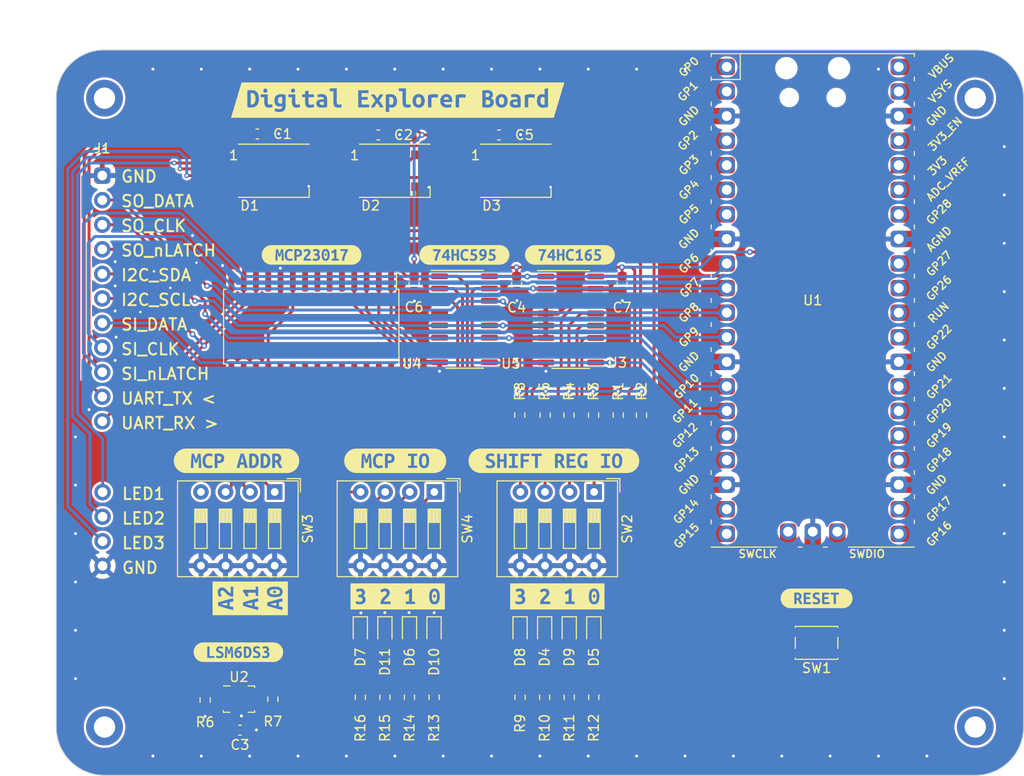
<source format=kicad_pcb>
(kicad_pcb (version 20221018) (generator pcbnew)
  (title_block (title "demo_pcb") (date "2021-04-17") (rev "0.1") (company "Josh Johnson"))
  (layers (0 "F.Cu" signal) (31 "B.Cu" signal) (34 "B.Paste" user) (35 "F.Paste" user) (36 "B.SilkS" user "B.Silkscreen") (37 "F.SilkS" user "F.Silkscreen") (38 "B.Mask" user) (39 "F.Mask" user) (44 "Edge.Cuts" user))
  (net 0 "")
  (net 1 "+3V3")
  (net 2 "GND")
  (net 3 "Net-(D1-DOUT)")
  (net 4 "/WS2812")
  (net 5 "Net-(D2-DOUT)")
  (net 7 "Net-(D4-A)")
  (net 8 "Net-(D5-A)")
  (net 9 "Net-(D6-A)")
  (net 10 "Net-(D7-A)")
  (net 11 "Net-(D8-A)")
  (net 12 "Net-(D9-A)")
  (net 13 "Net-(D10-A)")
  (net 14 "Net-(D11-A)")
  (net 15 "/SO_DATA")
  (net 16 "/SO_CLK")
  (net 17 "/SO_nLATCH")
  (net 18 "/I2C_SDA")
  (net 19 "/I2C_SCL")
  (net 20 "/SI_DATA")
  (net 21 "/SI_CLK")
  (net 22 "/SI_nLATCH")
  (net 23 "/UART_TX")
  (net 24 "/UART_RX")
  (net 25 "Net-(U3-D0)")
  (net 26 "Net-(U3-D1)")
  (net 27 "Net-(U3-D2)")
  (net 28 "Net-(U2-SDO{slash}SA0)")
  (net 29 "Net-(U2-CS)")
  (net 30 "Net-(U3-D3)")
  (net 31 "Net-(U5-QA)")
  (net 32 "Net-(U5-QB)")
  (net 33 "Net-(U5-QC)")
  (net 34 "Net-(U5-QD)")
  (net 35 "/MCP_B0")
  (net 36 "/MCP_B1")
  (net 37 "/MCP_B2")
  (net 38 "/MCP_B3")
  (net 39 "Net-(U1-RUN)")
  (net 40 "/ADDR2")
  (net 41 "/ADDR1")
  (net 42 "/ADDR0")
  (net 44 "/MCP_A0")
  (net 45 "/MCP_A1")
  (net 46 "/MCP_A2")
  (net 47 "/MCP_A3")
  (footprint "kibuzzard-64BE6573" (layer "F.Cu") (at 111.445 77.48)
    (fp_text reference "kibuzzard-64BE6573" hide)
    (fp_text value "G***" hide)
  )
  (footprint "MountingHole:MountingHole_2.2mm_M2_DIN965_Pad" (layer "F.Cu") (at 65 40)
    (fp_text reference "H2" hide)
    (fp_text value "M2")
  )
  (footprint "kibuzzard-64BE6560" (layer "F.Cu") (at 95.045 77.48)
    (fp_text reference "kibuzzard-64BE6560" hide)
    (fp_text value "G***" hide)
  )
  (footprint "Resistor_SMD:R_0603_1608Metric" (layer "F.Cu") (at 113.005 72.755 -90)
    (fp_text reference "R4")
    (fp_text value "4K7")
  )
  (footprint "Package_SO:SO-16_3.9x9.9mm_P1.27mm" (layer "F.Cu") (at 102.21 62.85)
    (fp_text reference "U5")
    (fp_text value "74HC595")
  )
  (footprint "MountingHole:MountingHole_2.2mm_M2_DIN965_Pad" (layer "F.Cu") (at 155 40)
    (fp_text reference "H1" hide)
    (fp_text value "M2")
  )
  (footprint "kibuzzard-64BFA375" (layer "F.Cu") (at 95.3 40.2)
    (fp_text reference "kibuzzard-64BFA375" hide)
    (fp_text value "G***" hide)
  )
  (footprint "MountingHole:MountingHole_2.2mm_M2_DIN965_Pad" (layer "F.Cu") (at 155 105)
    (fp_text reference "H4" hide)
    (fp_text value "M2")
  )
  (footprint "Resistor_SMD:R_0603_1608Metric" (layer "F.Cu") (at 115.57 101.92 90)
    (fp_text reference "R12")
    (fp_text value "1K")
  )
  (footprint "Resistor_SMD:R_0603_1608Metric" (layer "F.Cu") (at 82.4 102.125 90)
    (fp_text reference "R7")
    (fp_text value "4K7")
  )
  (footprint "kibuzzard-64BE68F6" (layer "F.Cu") (at 86.4 56.2)
    (fp_text reference "kibuzzard-64BE68F6" hide)
    (fp_text value "G***" hide)
  )
  (footprint "LED_SMD:LED_0603_1608Metric" (layer "F.Cu") (at 91.44 95.0875 -90)
    (fp_text reference "D7")
    (fp_text value "LED")
  )
  (footprint "LED_SMD:LED_0603_1608Metric" (layer "F.Cu") (at 107.95 95.0875 -90)
    (fp_text reference "D8")
    (fp_text value "LED")
  )
  (footprint "LED_SMD:LED_0603_1608Metric" (layer "F.Cu") (at 96.52 95.0875 -90)
    (fp_text reference "D6")
    (fp_text value "LED")
  )
  (footprint "Resistor_SMD:R_0603_1608Metric" (layer "F.Cu") (at 93.98 101.92 90)
    (fp_text reference "R15")
    (fp_text value "1K")
  )
  (footprint "kibuzzard-64BE6A90" (layer "F.Cu") (at 138.6 91.7)
    (fp_text reference "kibuzzard-64BE6A90" hide)
    (fp_text value "G***" hide)
  )
  (footprint "josh-connectors:PinHeader_1x01_P2.54mm_Circle" (layer "F.Cu") (at 64.8 88.34)
    (fp_text reference "TP4" hide)
    (fp_text value "GND")
  )
  (footprint "josh-connectors:PinHeader_1x01_P2.54mm_Circle" (layer "F.Cu") (at 64.8 80.72)
    (fp_text reference "TP1" hide)
    (fp_text value "LED0")
  )
  (footprint "Capacitor_SMD:C_0603_1608Metric" (layer "F.Cu") (at 93.3 43.8)
    (fp_text reference "C2")
    (fp_text value "100n")
  )
  (footprint "kibuzzard-64BE6934" (layer "F.Cu") (at 102.2 56.2)
    (fp_text reference "kibuzzard-64BE6934" hide)
    (fp_text value "G***" hide)
  )
  (footprint "josh-connectors:PinHeader_1x01_P2.54mm_Circle" (layer "F.Cu") (at 64.8 85.8)
    (fp_text reference "TP3" hide)
    (fp_text value "LED2")
  )
  (footprint "kibuzzard-64BE6949" (layer "F.Cu") (at 113.1 56.2)
    (fp_text reference "kibuzzard-64BE6949" hide)
    (fp_text value "G***" hide)
  )
  (footprint "LED_SMD:LED_0603_1608Metric" (layer "F.Cu") (at 93.98 95.0875 -90)
    (fp_text reference "D11")
    (fp_text value "LED")
  )
  (footprint "Resistor_SMD:R_0603_1608Metric" (layer "F.Cu") (at 110.49 101.92 90)
    (fp_text reference "R10")
    (fp_text value "1K")
  )
  (footprint "Resistor_SMD:R_0603_1608Metric" (layer "F.Cu") (at 118.1 72.755 -90)
    (fp_text reference "R1")
    (fp_text value "4K7")
  )
  (footprint "kibuzzard-64BE6A65" (layer "F.Cu") (at 78.8375 97.2625)
    (fp_text reference "kibuzzard-64BE6A65" hide)
    (fp_text value "G***" hide)
  )
  (footprint "Capacitor_SMD:C_0603_1608Metric" (layer "F.Cu") (at 105.775 43.8)
    (fp_text reference "C5")
    (fp_text value "100n")
  )
  (footprint "Capacitor_SMD:C_0603_1608Metric" (layer "F.Cu") (at 80.8 43.7)
    (fp_text reference "C1")
    (fp_text value "100n")
  )
  (footprint "Button_Switch_THT:SW_DIP_SPSTx04_Slide_9.78x12.34mm_W7.62mm_P2.54mm" (layer "F.Cu") (at 99.085 80.7 -90)
    (fp_text reference "SW4")
    (fp_text value "SW_DIP_x04")
  )
  (footprint "kibuzzard-64BE6790" (layer "F.Cu") (at 82.6 91.7 90)
    (fp_text reference "kibuzzard-64BE6790" hide)
    (fp_text value "G***" hide)
  )
  (footprint "Connector_PinSocket_2.54mm:PinSocket_1x11_P2.54mm_Horizontal" (layer "F.Cu") (at 64.77 48)
    (fp_text reference "J1")
    (fp_text value "BADGE")
  )
  (footprint "kibuzzard-64BE673E" (layer "F.Cu") (at 95.3 91.5)
    (fp_text reference "kibuzzard-64BE673E" hide)
    (fp_text value "G***" hide)
  )
  (footprint "Resistor_SMD:R_0603_1608Metric" (layer "F.Cu") (at 96.52 101.92 90)
    (fp_text reference "R14")
    (fp_text value "1K")
  )
  (footprint "LED_SMD:LED_0603_1608Metric" (layer "F.Cu") (at 113.03 95.0875 -90)
    (fp_text reference "D9")
    (fp_text value "LED")
  )
  (footprint "LED_SMD:LED_WS2812B_PLCC4_5.0x5.0mm_P3.2mm" (layer "F.Cu") (at 95 47.5)
    (fp_text reference "D2")
    (fp_text value "WS2812B")
  )
  (footprint "Resistor_SMD:R_0603_1608Metric" (layer "F.Cu") (at 75.4 102.2 90)
    (fp_text reference "R6")
    (fp_text value "4K7")
  )
  (footprint "LED_SMD:LED_WS2812B_PLCC4_5.0x5.0mm_P3.2mm" (layer "F.Cu") (at 107.5 47.5)
    (fp_text reference "D3")
    (fp_text value "WS2812B")
  )
  (footprint "LED_SMD:LED_WS2812B_PLCC4_5.0x5.0mm_P3.2mm" (layer "F.Cu") (at 82.5 47.5)
    (fp_text reference "D1")
    (fp_text value "WS2812B")
  )
  (footprint "Resistor_SMD:R_0603_1608Metric" (layer "F.Cu") (at 99.06 101.92 90)
    (fp_text reference "R13")
    (fp_text value "1K")
  )
  (footprint "Resistor_SMD:R_0603_1608Metric" (layer "F.Cu") (at 113.03 101.92 90)
    (fp_text reference "R11")
    (fp_text value "1K")
  )
  (footprint "josh-connectors:PinHeader_1x01_P2.54mm_Circle" (layer "F.Cu") (at 64.8 83.26 90)
    (fp_text reference "TP2" hide)
    (fp_text value "LED1")
  )
  (footprint "Button_Switch_THT:SW_DIP_SPSTx04_Slide_9.78x12.34mm_W7.62mm_P2.54mm" (layer "F.Cu") (at 115.605 80.7 -90)
    (fp_text reference "SW2")
    (fp_text value "SW_DIP_x04")
  )
  (footprint "Capacitor_SMD:C_0603_1608Metric" (layer "F.Cu") (at 79 105.325)
    (fp_text reference "C3")
    (fp_text value "100n")
  )
  (footprint "Resistor_SMD:R_0603_1608Metric" (layer "F.Cu") (at 107.925 72.755 -90)
    (fp_text reference "R8")
    (fp_text value "4K7")
  )
  (footprint "Capacitor_SMD:C_0603_1608Metric" (layer "F.Cu") (at 107.6 59.175 -90)
    (fp_text reference "C4")
    (fp_text value "100n")
  )
  (footprint "kibuzzard-64BE679E" (layer "F.Cu") (at 80.1 91.7 90)
    (fp_text reference "kibuzzard-64BE679E" hide)
    (fp_text value "G***" hide)
  )
  (footprint "Package_SO:SO-16_3.9x9.9mm_P1.27mm" (layer "F.Cu") (at 113.185 62.875)
    (fp_text reference "U3")
    (fp_text value "74HC165")
  )
  (footprint "Capacitor_SMD:C_0603_1608Metric" (layer "F.Cu") (at 97 59.175 -90)
    (fp_text reference "C6")
    (fp_text value "100n")
  )
  (footprint "josh-module:RPi_Pico_SMD_TH" (layer "F.Cu") (at 138.2 60.9)
    (fp_text reference "U1")
    (fp_text value "Raspberry Pi Pico")
  )
  (footprint "Resistor_SMD:R_0603_1608Metric" (layer "F.Cu") (at 91.44 101.92 90)
    (fp_text reference "R16")
    (fp_text value "1K")
  )
  (footprint "josh-buttons-switches:SW_SPST_PTS810" (layer "F.Cu") (at 138.6 96.3)
    (fp_text reference "SW1")
    (fp_text value "SW_Push")
  )
  (footprint "MountingHole:MountingHole_2.2mm_M2_DIN965_Pad" (layer "F.Cu") (at 65 105)
    (fp_text reference "H3" hide)
    (fp_text value "M2")
  )
  (footprint "Resistor_SMD:R_0603_1608Metric" (layer "F.Cu") (at 107.95 101.92 90)
    (fp_text reference "R9")
    (fp_text value "1K")
  )
  (footprint "Package_LGA:LGA-14_3x2.5mm_P0.5mm_LayoutBorder3x4y" (layer "F.Cu") (at 78.9 102.1125)
    (fp_text reference "U2")
    (fp_text value "LSM6DS3")
  )
  (footprint "Button_Switch_THT:SW_DIP_SPSTx04_Slide_9.78x12.34mm_W7.62mm_P2.54mm" (layer "F.Cu") (at 82.585 80.7 -90)
    (fp_text reference "SW3")
    (fp_text value "SW_DIP_x04")
  )
  (footprint "kibuzzard-64BE673E" (layer "F.Cu") (at 111.8 91.5)
    (fp_text reference "kibuzzard-64BE673E" hide)
    (fp_text value "G***" hide)
  )
  (footprint "kibuzzard-64BE6544" (layer "F.Cu") (at 78.645 77.48)
    (fp_text reference "kibuzzard-64BE6544" hide)
    (fp_text value "G***" hide)
  )
  (footprint "Package_SO:SOIC-28W_7.5x17.9mm_P1.27mm" (layer "F.Cu") (at 86.365 63.62 -90)
    (fp_text reference "U4")
    (fp_text value "MCP23017_SO")
  )
  (footprint "Capacitor_SMD:C_0603_1608Metric" (layer "F.Cu") (at 118.5 59.175 -90)
    (fp_text reference "C7")
    (fp_text value "100n")
  )
  (footprint "Resistor_SMD:R_0603_1608Metric" (layer "F.Cu") (at 115.545 72.755 -90)
    (fp_text reference "R3")
    (fp_text value "4K7")
  )
  (footprint "LED_SMD:LED_0603_1608Metric" (layer "F.Cu") (at 110.49 95.0875 -90)
    (fp_text reference "D4")
    (fp_text value "LED")
  )
  (footprint "LED_SMD:LED_0603_1608Metric" (layer "F.Cu") (at 115.57 95.0875 -90)
    (fp_text reference "D5")
    (fp_text value "LED")
  )
  (footprint "Resistor_SMD:R_0603_1608Metric" (layer "F.Cu") (at 120.5 72.755 -90)
    (fp_text reference "R2")
    (fp_text value "4K7")
  )
  (footprint "LED_SMD:LED_0603_1608Metric" (layer "F.Cu") (at 99.06 95.0875 -90)
    (fp_text reference "D10")
    (fp_text value "LED")
  )
  (footprint "Resistor_SMD:R_0603_1608Metric" (layer "F.Cu") (at 110.545 72.755 -90)
    (fp_text reference "R5")
    (fp_text value "4K7")
  )
  (footprint "kibuzzard-64BE676D" (layer "F.Cu") (at 77.5 91.7 90)
    (fp_text reference "kibuzzard-64BE676D" hide)
    (fp_text value "G***" hide)
  )
  (gr_arc (start 155 35) (mid 158.535534 36.464466) (end 160 40) (stroke (width 0.1)) (layer "Edge.Cuts"))
  (gr_arc (start 60 40) (mid 61.464466 36.464466) (end 65 35) (stroke (width 0.1)) (layer "Edge.Cuts"))
  (gr_line (start 65 35) (end 155 35) (stroke (width 0.1)) (layer "Edge.Cuts"))
  (gr_line (start 60 105) (end 60 40) (stroke (width 0.1)) (layer "Edge.Cuts"))
  (gr_line (start 155 110) (end 65 110) (stroke (width 0.1)) (layer "Edge.Cuts"))
  (gr_arc (start 65 110) (mid 61.464466 108.535534) (end 60 105) (stroke (width 0.1)) (layer "Edge.Cuts"))
  (gr_arc (start 160 105) (mid 158.535534 108.535534) (end 155 110) (stroke (width 0.1)) (layer "Edge.Cuts"))
  (gr_line (start 160 40) (end 160 105) (stroke (width 0.1)) (layer "Edge.Cuts"))
  (gr_text "I2C_SCL" (at 66.6 61.5475) (layer "F.SilkS") (effects (font (size 1.2 1.2) (thickness 0.2) bold) (justify left bottom)))
  (gr_text "GND" (at 66.6 48.8) (layer "F.SilkS") (effects (font (size 1.2 1.2) (thickness 0.2) bold) (justify left bottom)))
  (gr_text "SI_DATA" (at 66.6 64.097) (layer "F.SilkS") (effects (font (size 1.2 1.2) (thickness 0.2) bold) (justify left bottom)))
  (gr_text "SO_DATA" (at 66.6 51.3495) (layer "F.SilkS") (effects (font (size 1.2 1.2) (thickness 0.2) bold) (justify left bottom)))
  (gr_text "LED1" (at 66.7 81.5915) (layer "F.SilkS") (effects (font (size 1.2 1.2) (thickness 0.2) bold) (justify left bottom)))
  (gr_text "UART_RX >" (at 66.6 74.295) (layer "F.SilkS") (effects (font (size 1.2 1.2) (thickness 0.2) bold) (justify left bottom)))
  (gr_text "LED2" (at 66.7 84.141) (layer "F.SilkS") (effects (font (size 1.2 1.2) (thickness 0.2) bold) (justify left bottom)))
  (gr_text "GND" (at 66.7 89.24) (layer "F.SilkS") (effects (font (size 1.2 1.2) (thickness 0.2) bold) (justify left bottom)))
  (gr_text "I2C_SDA" (at 66.6 58.998) (layer "F.SilkS") (effects (font (size 1.2 1.2) (thickness 0.2) bold) (justify left bottom)))
  (gr_text "SO_CLK" (at 66.6 53.899) (layer "F.SilkS") (effects (font (size 1.2 1.2) (thickness 0.2) bold) (justify left bottom)))
  (gr_text "SI_nLATCH" (at 66.6 69.196) (layer "F.SilkS") (effects (font (size 1.2 1.2) (thickness 0.2) bold) (justify left bottom)))
  (gr_text "SI_CLK" (at 66.6 66.6465) (layer "F.SilkS") (effects (font (size 1.2 1.2) (thickness 0.2) bold) (justify left bottom)))
  (gr_text "SO_nLATCH" (at 66.6 56.4485) (layer "F.SilkS") (effects (font (size 1.2 1.2) (thickness 0.2) bold) (justify left bottom)))
  (gr_text "LED3" (at 66.7 86.6905) (layer "F.SilkS") (effects (font (size 1.2 1.2) (thickness 0.2) bold) (justify left bottom)))
  (gr_text "UART_TX <" (at 66.6 71.7455) (layer "F.SilkS") (effects (font (size 1.2 1.2) (thickness 0.2) bold) (justify left bottom)))
  (segment (start 84.9 76.1) (end 84.9 102) (width 0.3) (layer "F.Cu") (net 1))
  (segment (start 119.8 68.6) (end 119.8 57.8) (width 0.3) (layer "F.Cu") (net 1))
  (segment (start 79.3 106.4) (end 78.225 105.325) (width 0.3) (layer "F.Cu") (net 1))
  (segment (start 78.225 104.4) (end 79.8 104.4) (width 0.2) (layer "F.Cu") (net 1))
  (segment (start 82.4 102.95) (end 82.4 105.2) (width 0.3) (layer "F.Cu") (net 1))
  (segment (start 97 58.4) (end 97 56.600014) (width 0.3) (layer "F.Cu") (net 1))
  (segment (start 94.6 56.8) (end 84.9 56.8) (width 0.3) (layer "F.Cu") (net 1))
  (segment (start 107.574996 57.475) (end 107.549992 57.500004) (width 0.3) (layer "F.Cu") (net 1))
  (segment (start 118.1 70.3) (end 119.8 68.6) (width 0.3) (layer "F.Cu") (net 1))
  (segment (start 80.0625 104.1375) (end 80.0625 102.8625) (width 0.2) (layer "F.Cu") (net 1))
  (segment (start 107.574996 57.475) (end 118.474996 57.475) (width 0.3) (layer "F.Cu") (net 1))
  (segment (start 107.6 57.500004) (end 107.574996 57.475) (width 0.3) (layer "F.Cu") (net 1))
  (segment (start 92.55 43.825) (end 92.525 43.8) (width 0.3) (layer "F.Cu") (net 1))
  (segment (start 119.8 57.8) (end 119.475 57.475) (width 0.3) (layer "F.Cu") (net 1))
  (segment (start 92.525 43.8) (end 92.525 42.825) (width 0.3) (layer "F.Cu") (net 1))
  (segment (start 81.2 106.4) (end 79.3 106.4) (width 0.3) (layer "F.Cu") (net 1))
  (segment (start 105 43.8) (end 97.8 43.8) (width 0.3) (layer "F.Cu") (net 1))
  (segment (start 78.4 104) (end 78.4 103.025) (width 0.2) (layer "F.Cu") (net 1))
  (segment (start 80.925 42.8) (end 80.025 43.7) (width 0.3) (layer "F.Cu") (net 1))
  (segment (start 147.09 46.93) (end 144.7 49.32) (width 0.3) (layer "F.Cu") (net 1))
  (segment (start 84.9 102) (end 83.95 102.95) (width 0.3) (layer "F.Cu") (net 1))
  (segment (start 105.05 43.85) (end 105 43.8) (width 0.3) (layer "F.Cu") (net 1))
  (segment (start 96.2 58.4) (end 94.6 56.8) (width 0.3) (layer "F.Cu") (net 1))
  (segment (start 120.5 71.93) (end 120.5 70.3) (width 0.3) (layer "F.Cu") (net 1))
  (segment (start 79.8 104.4) (end 80.0625 104.1375) (width 0.2) (layer "F.Cu") (net 1))
  (segment (start 84.46 61.94) (end 81.92 64.48) (width 0.3) (layer "F.Cu") (net 1))
  (segment (start 82.4 105.2) (end 81.2 106.4) (width 0.3) (layer "F.Cu") (net 1))
  (segment (start 81.92 73.12) (end 84.9 76.1) (width 0.3) (layer "F.Cu") (net 1))
  (segment (start 107.549992 57.500004) (end 97.000014 57.500004) (width 0.3) (layer "F.Cu") (net 1))
  (segment (start 81.92 64.48) (end 81.92 68.27) (width 0.3) (layer "F.Cu") (net 1))
  (segment (start 92.525 42.825) (end 92.5 42.8) (width 0.3) (layer "F.Cu") (net 1))
  (segment (start 80.05 43.725) (end 80.025 43.7) (width 0.3) (layer "F.Cu") (net 1))
  (segment (start 144.7 53.8) (end 142.6 55.9) (width 0.3) (layer "F.Cu") (net 1))
  (segment (start 115.5 71.9) (end 115.5 70.299996) (width 0.3) (layer "F.Cu") (net 1))
  (segment (start 97 58.4) (end 96.2 58.4) (width 0.3) (layer "F.Cu") (net 1))
  (segment (start 107.9 67) (end 107.9 70.3) (width 0.3) (layer "F.Cu") (net 1))
  (segment (start 84.46 58.97) (end 84.46 61.94) (width 0.3) (layer "F.Cu") (net 1))
  (segment (start 97.000014 57.500004) (end 97.000014 56.6) (width 0.3) (layer "F.Cu") (net 1))
  (segment (start 81.92 68.27) (end 81.92 73.12) (width 0.3) (layer "F.Cu") (net 1))
  (segment (start 78.225 105.325) (end 78.225 104.4) (width 0.2) (layer "F.Cu") (net 1))
  (segment (start 92.55 45.85) (end 92.55 43.825) (width 0.3) (layer "F.Cu") (net 1))
  (segment (start 84.46 57.24) (end 84.46 58.97) (width 0.3) (layer "F.Cu") (net 1))
  (segment (start 104.785 58.405) (end 107.595 58.405) (width 0.3) (layer "F.Cu") (net 1))
  (segment (start 144.7 49.32) (end 144.7 53.8) (width 0.3) (layer "F.Cu") (net 1))
  (segment (start 107.9 71.9) (end 107.9 70.3) (width 0.3) (layer "F.Cu") (net 1))
  (segment (start 118.5 57.500004) (end 118.474996 57.475) (width 0.3) (layer "F.Cu") (net 1))
  (segment (start 97.8 43.8) (end 96.8 42.8) (width 0.3) (layer "F.Cu") (net 1))
  (segment (start 97 56.600014) (end 97.000014 56.6) (width 0.3) (layer "F.Cu") (net 1))
  (segment (start 104.785 66.025) (end 106.925 66.025) (width 0.3) (layer "F.Cu") (net 1))
  (segment (start 119.475 57.475) (end 118.474996 57.475) (width 0.3) (layer "F.Cu") (net 1))
  (segment (start 96.8 42.8) (end 92.5 42.8) (width 0.3) (layer "F.Cu") (net 1))
  (segment (start 84.9 56.8) (end 84.46 57.24) (width 0.3) (layer "F.Cu") (net 1))
  (segment (start 83.95 102.95) (end 82.4 102.95) (width 0.3) (layer "F.Cu") (net 1))
  (segment (start 107.595 58.405) (end 107.6 58.4) (width 0.3) (layer "F.Cu") (net 1))
  (segment (start 105.05 45.85) (end 105.05 43.85) (width 0.3) (layer "F.Cu") (net 1))
  (segment (start 110.6 71.9) (end 110.6 70.3) (width 0.3) (layer "F.Cu") (net 1))
  (segment (start 80.05 45.85) (end 80.05 43.725) (width 0.3) (layer "F.Cu") (net 1))
  (segment (start 113 71.9) (end 113 70.3) (width 0.3) (layer "F.Cu") (net 1))
  (segment (start 118.1 71.9) (end 118.1 70.3) (width 0.3) (layer "F.Cu") (net 1))
  (segment (start 142.6 55.9) (end 131.7 55.9) (width 0.3) (layer "F.Cu") (net 1))
  (segment (start 106.925 66.025) (end 107.9 67) (width 0.3) (layer "F.Cu") (net 1))
  (segment (start 115.79 58.4) (end 115.76 58.43) (width 0.3) (layer "F.Cu") (net 1))
  (segment (start 78.225 104.175) (end 78.4 104) (width 0.2) (layer "F.Cu") (net 1))
  (segment (start 92.5 42.8) (end 80.925 42.8) (width 0.3) (layer "F.Cu") (net 1))
  (segment (start 107.6 58.4) (end 107.6 57.500004) (width 0.3) (layer "F.Cu") (net 1))
  (segment (start 78.225 104.4) (end 78.225 104.175) (width 0.2) (layer "F.Cu") (net 1))
  (segment (start 118.5 58.4) (end 118.5 57.500004) (width 0.3) (layer "F.Cu") (net 1))
  (segment (start 118.5 58.4) (end 115.79 58.4) (width 0.3) (layer "F.Cu") (net 1))
  (via (at 97.000014 56.6) (size 0.6) (drill 0.3) (layers "F.Cu" "B.Cu") (net 1))
  (via (at 97.8 43.8) (size 0.6) (drill 0.3) (layers "F.Cu" "B.Cu") (net 1))
  (via (at 115.5 70.299996) (size 0.6) (drill 0.3) (layers "F.Cu" "B.Cu") (net 1))
  (via (at 118.1 70.3) (size 0.6) (drill 0.3) (layers "F.Cu" "B.Cu") (net 1))
  (via (at 118.474996 57.475) (size 0.6) (drill 0.3) (layers "F.Cu" "B.Cu") (net 1))
  (via (at 107.574996 57.475) (size 0.6) (drill 0.3) (layers "F.Cu" "B.Cu") (net 1))
  (via (at 120.5 70.3) (size 0.6) (drill 0.3) (layers "F.Cu" "B.Cu") (net 1))
  (via (at 110.6 70.3) (size 0.6) (drill 0.3) (layers "F.Cu" "B.Cu") (net 1))
  (via (at 107.9 70.3) (size 0.6) (drill 0.3) (layers "F.Cu" "B.Cu") (net 1))
  (via (at 113 70.3) (size 0.6) (drill 0.3) (layers "F.Cu" "B.Cu") (net 1))
  (via (at 131.7 55.9) (size 0.6) (drill 0.3) (layers "F.Cu" "B.Cu") (net 1))
  (segment (start 126.625 57.475) (end 128.21 55.89) (width 0.3) (layer "B.Cu") (net 1))
  (segment (start 128.21 55.89) (end 131.69 55.89) (width 0.3) (layer "B.Cu") (net 1))
  (segment (start 107.9 70.3) (end 120.5 70.3) (width 0.3) (layer "B.Cu") (net 1))
  (segment (start 97.000014 44.599986) (end 97.000014 56.6) (width 0.3) (layer "B.Cu") (net 1))
  (segment (start 97.8 43.8) (end 97.000014 44.599986) (width 0.3) (layer "B.Cu") (net 1))
  (segment (start 118.474996 57.475) (end 126.625 57.475) (width 0.3) (layer "B.Cu") (net 1))
  (segment (start 131.69 55.89) (end 131.7 55.9) (width 0.3) (layer "B.Cu") (net 1))
  (segment (start 110.6 68.199996) (end 110.625004 68.225) (width 0.3) (layer "F.Cu") (net 2))
  (segment (start 96.5 94.1) (end 96.5 93.200004) (width 0.3) (layer "F.Cu") (net 2))
  (segment (start 94 93.200004) (end 93.974996 93.175) (width 0.3) (layer "F.Cu") (net 2))
  (segment (start 97.45 49.15) (end 98.45 49.15) (width 0.2) (layer "F.Cu") (net 2))
  (segment (start 81.7 43.7) (end 82.974996 43.7) (width 0.3) (layer "F.Cu") (net 2))
  (segment (start 99.1 93.200004) (end 99.074996 93.175) (width 0.3) (layer "F.Cu") (net 2))
  (segment (start 99.6 67.3) (end 99.6 68.199996) (width 0.3) (layer "F.Cu") (net 2))
  (segment (start 79.4 103.025) (end 79.4 103.6) (width 0.2) (layer "F.Cu") (net 2))
  (segment (start 94.2 43.8) (end 95.474996 43.8) (width 0.3) (layer "F.Cu") (net 2))
  (segment (start 94 94.1) (end 94 93.200004) (width 0.3) (layer "F.Cu") (net 2))
  (segment (start 79.4 103.6) (end 79.15 103.85) (width 0.2) (layer "F.Cu") (net 2))
  (segment (start 75.4 103.025) (end 75.4 103.9) (width 0.2) (layer "F.Cu") (net 2))
  (segment (start 78.9 103.025) (end 78.9 103.6) (width 0.2) (layer "F.Cu") (net 2))
  (segment (start 98.45 49.15) (end 98.5 49.2) (width 0.2) (layer "F.Cu") (net 2))
  (segment (start 107.6 60.899996) (end 107.625004 60.925) (width 0.3) (layer "F.Cu") (net 2))
  (segment (start 110.6 67.3) (end 110.6 68.199996) (width 0.3) (layer "F.Cu") (net 2))
  (segment (start 97 60.949998) (end 97.025004 60.975002) (width 0.3) (layer "F.Cu") (net 2))
  (segment (start 99.6 68.199996) (end 99.625004 68.225) (width 0.3) (layer "F.Cu") (net 2))
  (segment (start 111.05 49.15) (end 111.1 49.2) (width 0.2) (layer "F.Cu") (net 2))
  (segment (start 83.2 57.600004) (end 83.174996 57.575) (width 0.3) (layer "F.Cu") (net 2))
  (segment (start 106.7 43.8) (end 107.974996 43.8) (width 0.3) (layer "F.Cu") (net 2))
  (segment (start 83.2 58.5) (end 83.2 57.600004) (width 0.3) (layer "F.Cu") (net 2))
  (segment (start 78.9 103.6) (end 79.15 103.85) (width 0.2) (layer "F.Cu") (net 2))
  (segment (start 99.1 94.1) (end 99.1 93.200004) (width 0.3) (layer "F.Cu") (net 2))
  (segment (start 97 60.050002) (end 97 60.949998) (width 0.3) (layer "F.Cu") (net 2))
  (segment (start 107.974996 43.8) (end 108 43.774996) (width 0.3) (layer "F.Cu") (net 2))
  (segment (start 96.5 93.200004) (end 96.474996 93.175) (width 0.3) (layer "F.Cu") (net 2))
  (segment (start 91.5 94) (end 91.5 93.199996) (width 0.3) (layer "F.Cu") (net 2))
  (segment (start 109.95 49.15) (end 111.05 49.15) (width 0.2) (layer "F.Cu") (net 2))
  (segment (start 79.775 105.325) (end 80.674996 105.325) (width 0.3) (layer "F.Cu") (net 2))
  (segment (start 80.674996 105.325) (end 80.7 105.299996) (width 0.3) (layer "F.Cu") (net 2))
  (segment (start 107.6 60) (end 107.6 60.899996) (width 0.3) (layer "F.Cu") (net 2))
  (segment (start 118.5 60.899996) (end 118.525004 60.925) (width 0.3) (layer "F.Cu") (net 2))
  (segment (start 82.974996 43.7) (end 83 43.674996) (width 0.3) (layer "F.Cu") (net 2))
  (segment (start 84.95 49.15) (end 86.05 49.15) (width 0.2) (layer "F.Cu") (net 2))
  (segment (start 95.474996 43.8) (end 95.5 43.774996) (width 0.3) (layer "F.Cu") (net 2))
  (segment (start 118.5 60) (end 118.5 60.899996) (width 0.3) (layer "F.Cu") (net 2))
  (segment (start 86.05 49.15) (end 86.1 49.1) (width 0.2) (layer "F.Cu") (net 2))
  (via (at 90 37) (size 0.6) (drill 0.3) (layers "F.Cu" "B.Cu") (net 2))
  (via (at 105 108) (size 0.6) (drill 0.3) (layers "F.Cu" "B.Cu") (net 2))
  (via (at 96.474996 93.175) (size 0.6) (drill 0.3) (layers "F.Cu" "B.Cu") (net 2))
  (via (at 62 100) (size 0.6) (drill 0.3) (layers "F.Cu" "B.Cu") (net 2))
  (via (at 66.1 67.1) (size 0.6) (drill 0.3) (layers "F.Cu" "B.Cu") (net 2))
  (via (at 95 37) (size 0.6) (drill 0.3) (layers "F.Cu" "B.Cu") (net 2))
  (via (at 95 108) (size 0.6) (drill 0.3) (layers "F.Cu" "B.Cu") (net 2))
  (via (at 86.1 49.1) (size 0.5) (drill 0.25) (layers "F.Cu" "B.Cu") (net 2))
  (via (at 115 37) (size 0.6) (drill 0.3) (layers "F.Cu" "B.Cu") (net 2))
  (via (at 79.15 103.85) (size 0.6) (drill 0.3) (layers "F.Cu" "B.Cu") (net 2))
  (via (at 158 85) (size 0.6) (drill 0.3) (layers "F.Cu" "B.Cu") (net 2))
  (via (at 75.4 103.9) (size 0.6) (drill 0.3) (layers "F.Cu" "B.Cu") (net 2))
  (via (at 83.174996 57.575) (size 0.6) (drill 0.3) (layers "F.Cu" "B.Cu") (net 2))
  (via (at 140 108) (size 0.6) (drill 0.3) (layers "F.Cu" "B.Cu") (net 2))
  (via (at 70 108) (size 0.6) (drill 0.3) (layers "F.Cu" "B.Cu") (net 2))
  (via (at 110.625004 68.225) (size 0.6) (drill 0.3) (layers "F.Cu" "B.Cu") (net 2))
  (via (at 77.2 57.3) (size 0.6) (drill 0.3) (layers "F.Cu" "B.Cu") (net 2))
  (via (at 158 55) (size 0.6) (drill 0.3) (layers "F.Cu" "B.Cu") (net 2))
  (via (at 107.625004 60.925) (size 0.6) (drill 0.3) (layers "F.Cu" "B.Cu") (net 2))
  (via (at 97.025004 60.975002) (size 0.6) (drill 0.3) (layers "F.Cu" "B.Cu") (net 2))
  (via (at 145 37) (size 0.6) (drill 0.3) (layers "F.Cu" "B.Cu") (net 2))
  (via (at 63.4 72.2) (size 0.6) (drill 0.3) (layers "F.Cu" "B.Cu") (net 2))
  (via (at 74.5 57) (size 0.5) (drill 0.25) (layers "F.Cu" "B.Cu") (net 2))
  (via (at 99.625004 68.225) (size 0.6) (drill 0.3) (layers "F.Cu" "B.Cu") (net 2))
  (via (at 62 90) (size 0.6) (drill 0.3) (layers "F.Cu" "B.Cu") (net 2))
  (via (at 62 80) (size 0.6) (drill 0.3) (layers "F.Cu" "B.Cu") (net 2))
  (via (at 110 108) (size 0.6) (drill 0.3) (layers "F.Cu" "B.Cu") (net 2))
  (via (at 120 108) (size 0.6) (drill 0.3) (layers "F.Cu" "B.Cu") (net 2))
  (via (at 75 108) (size 0.6) (drill 0.3) (layers "F.Cu" "B.Cu") (net 2))
  (via (at 71.8 59.6) (size 0.5) (drill 0.25) (layers "F.Cu" "B.Cu") (net 2))
  (via (at 80.7 105.299996) (size 0.6) (drill 0.3) (layers "F.Cu" "B.Cu") (net 2))
  (via (at 93.974996 93.175) (size 0.6) (drill 0.3) (layers "F.Cu" "B.Cu") (net 2))
  (via (at 99.074996 93.175) (size 0.6) (drill 0.3) (layers "F.Cu" "B.Cu") (net 2))
  (via (at 95.5 43.774996) (size 0.6) (drill 0.3) (layers "F.Cu" "B.Cu") (net 2))
  (via (at 158 65) (size 0.6) (drill 0.3) (layers "F.Cu" "B.Cu") (net 2))
  (via (at 110 37) (size 0.6) (drill 0.3) (layers "F.Cu" "B.Cu") (net 2))
  (via (at 115 108) (size 0.6) (drill 0.3) (layers "F.Cu" "B.Cu") (net 2))
  (via (at 145 108) (size 0.6) (drill 0.3) (layers "F.Cu" "B.Cu") (net 2))
  (via (at 85 37) (size 0.6) (drill 0.3) (layers "F.Cu" "B.Cu") (net 2))
  (via (at 66.1 59.4) (size 0.6) (drill 0.3) (layers "F.Cu" "B.Cu") (net 2))
  (via (at 70.1 57.9) (size 0.5) (drill 0.25) (layers "F.Cu" "B.Cu") (net 2))
  (via (at 62 85) (size 0.6) (drill 0.3) (layers "F.Cu" "B.Cu") (net 2))
  (via (at 98.5 49.2) (size 0.5) (drill 0.25) (layers "F.Cu" "B.Cu") (net 2))
  (via (at 158 70) (size 0.6) (drill 0.3) (layers "F.Cu" "B.Cu") (net 2))
  (via (at 70 37) (size 0.6) (drill 0.3) (layers "F.Cu" "B.Cu") (net 2))
  (via (at 158 90) (size 0.6) (drill 0.3) (layers "F.Cu" "B.Cu") (net 2))
  (via (at 125 108) (size 0.6) (drill 0.3) (layers "F.Cu" "B.Cu") (net 2))
  (via (at 118.525004 60.925) (size 0.6) (drill 0.3) (layers "F.Cu" "B.Cu") (net 2))
  (via (at 100 108) (size 0.6) (drill 0.3) (layers "F.Cu" "B.Cu") (net 2))
  (via (at 135 108) (size 0.6) (drill 0.3) (layers "F.Cu" "B.Cu") (net 2))
  (via (at 83 43.674996) (size 0.6) (drill 0.3) (layers "F.Cu" "B.Cu") (net 2))
  (via (at 158 75) (size 0.6) (drill 0.3) (layers "F.Cu" "B.Cu") (net 2))
  (via (at 125 37) (size 0.6) (drill 0.3) (layers "F.Cu" "B.Cu") (net 2))
  (via (at 61.991137 75.010376) (size 0.6) (drill 0.3) (layers "F.Cu" "B.Cu") (net 2))
  (via (at 91.5 93.199996) (size 0.6) (drill 0.3) (layers "F.Cu" "B.Cu") (net 2))
  (via (at 62 95) (size 0.6) (drill 0.3) (layers "F.Cu" "B.Cu") (net 2))
  (via (at 130 108) (size 0.6) (drill 0.3) (layers "F.Cu" "B.Cu") (net 2))
  (via (at 150 108) (size 0.6) (drill 0.3) (layers "F.Cu" "B.Cu") (net 2))
  (via (at 105 37) (size 0.6) (drill 0.3) (layers "F.Cu" "B.Cu") (net 2))
  (via (at 75 37) (size 0.6) (drill 0.3) (layers "F.Cu" "B.Cu") (net 2))
  (via (at 158 95) (size 0.6) (drill 0.3) (layers "F.Cu" "B.Cu") (net 2))
  (via (at 74.1 54.2) (size 0.6) (drill 0.3) (layers "F.Cu" "B.Cu") (net 2))
  (via (at 120 37) (size 0.6) (drill 0.3) (layers "F.Cu" "B.Cu") (net 2))
  (via (at 66.1 56.9) (size 0.6) (drill 0.3) (layers "F.Cu" "B.Cu") (net 2))
  (via (at 85 108) (size 0.6) (drill 0.3) (layers "F.Cu" "B.Cu") (net 2))
  (via (at 158 50) (size 0.6) (drill 0.3) (layers "F.Cu" "B.Cu") (net 2))
  (via (at 158 80) (size 0.6) (drill 0.3) (layers "F.Cu" "B.Cu") (net 2))
  (via (at 66.1 62) (size 0.6) (drill 0.3) (layers "F.Cu" "B.Cu") (net 2))
  (via (at 158 100) (size 0.6) (drill 0.3) (layers "F.Cu" "B.Cu") (net 2))
  (via (at 80 37) (size 0.6) (drill 0.3) (layers "F.Cu" "B.Cu") (net 2))
  (via (at 68.7 62.1) (size 0.5) (drill 0.25) (layers "F.Cu" "B.Cu") (net 2))
  (via (at 100 37) (size 0.6) (drill 0.3) (layers "F.Cu" "B.Cu") (net 2))
  (via (at 66.2 64.7) (size 0.6) (drill 0.3) (layers "F.Cu" "B.Cu") (net 2))
  (via (at 90 108) (size 0.6) (drill 0.3) (layers "F.Cu" "B.Cu") (net 2))
  (via (at 111.1 49.2) (size 0.5) (drill 0.25) (layers "F.Cu" "B.Cu") (net 2))
  (via (at 108 43.774996) (size 0.6) (drill 0.3) (layers "F.Cu" "B.Cu") (net 2))
  (via (at 158 60) (size 0.6) (drill 0.3) (layers "F.Cu" "B.Cu") (net 2))
  (via (at 158 45) (size 0.6) (drill 0.3) (layers "F.Cu" "B.Cu") (net 2))
  (via (at 80 108) (size 0.6) (drill 0.3) (layers "F.Cu" "B.Cu") (net 2))
  (segment (start 81.4 48.1) (end 94.9 48.1) (width 0.3) (layer "F.Cu") (net 3))
  (segment (start 77.9 47.3) (end 72.8 47.3) (width 0.3) (layer "F.Cu") (net 3))
  (segment (start 94.9 48.1) (end 97.15 45.85) (width 0.3) (layer "F.Cu") (net 3))
  (segment (start 80.05 49.15) (end 79.75 49.15) (width 0.3) (layer "F.Cu") (net 3))
  (segment (start 97.15 45.85) (end 97.45 45.85) (width 0.3) (layer "F.Cu") (net 3))
  (segment (start 80.05 49.15) (end 80.35 49.15) (width 0.3) (layer "F.Cu") (net 3))
  (segment (start 80.35 49.15) (end 81.4 48.1) (width 0.3) (layer "F.Cu") (net 3))
  (segment (start 79.75 49.15) (end 77.9 47.3) (width 0.3) (layer "F.Cu") (net 3))
  (via (at 72.8 47.3) (size 0.5) (drill 0.25) (layers "F.Cu" "B.Cu") (net 3))
  (segment (start 63.2 46.1) (end 61.7 47.6) (width 0.3) (layer "B.Cu") (net 3))
  (segment (start 72.8 46.4) (end 72.5 46.1) (width 0.3) (layer "B.Cu") (net 3))
  (segment (start 61.7 72.892893) (end 63.5 74.692893) (width 0.3) (layer "B.Cu") (net 3))
  (segment (start 61.7 47.6) (end 61.7 72.892893) (width 0.3) (layer "B.Cu") (net 3))
  (segment (start 72.5 46.1) (end 63.2 46.1) (width 0.3) (layer "B.Cu") (net 3))
  (segment (start 72.8 47.3) (end 72.8 46.4) (width 0.3) (layer "B.Cu") (net 3))
  (segment (start 63.5 74.692893) (end 63.5 81.96) (width 0.3) (layer "B.Cu") (net 3))
  (segment (start 63.5 81.96) (end 64.8 83.26) (width 0.3) (layer "B.Cu") (net 3))
  (segment (start 91 46.9) (end 89.95 45.85) (width 0.3) (layer "F.Cu") (net 4))
  (segment (start 84.95 45.85) (end 84.65 45.85) (width 0.3) (layer "F.Cu") (net 4))
  (segment (start 94.25 46.9) (end 91 46.9) (width 0.3) (layer "F.Cu") (net 4))
  (segment (start 84.65 45.85) (end 83.8 46.7) (width 0.3) (layer "F.Cu") (net 4))
  (segment (start 99.8 44.9) (end 96.25 44.9) (width 0.3) (layer "F.Cu") (net 4))
  (segment (start 83.8 46.7) (end 72.2 46.7) (width 0.3) (layer "F.Cu") (net 4))
  (segment (start 96.25 44.9) (end 94.25 46.9) (width 0.3) (layer "F.Cu") (net 4))
  (segment (start 109.11 44.39) (end 106 47.5) (width 0.3) (layer "F.Cu") (net 4))
  (segment (start 102.4 47.5) (end 99.8 44.9) (width 0.3) (layer "F.Cu") (net 4))
  (segment (start 106 47.5) (end 102.4 47.5) (width 0.3) (layer "F.Cu") (net 4))
  (segment (start 89.95 45.85) (end 84.95 45.85) (width 0.3) (layer "F.Cu") (net 4))
  (segment (start 129.31 44.39) (end 109.11 44.39) (width 0.3) (layer "F.Cu") (net 4))
  (via (at 72.2 46.7) (size 0.5) (drill 0.25) (layers "F.Cu" "B.Cu") (net 4))
  (segment (start 62.2 47.9) (end 63.4 46.7) (width 0.3) (layer "B.Cu") (net 4))
  (segment (start 62.2 72.6) (end 62.2 47.9) (width 0.3) (layer "B.Cu") (net 4))
  (segment (start 63.4 46.7) (end 72.2 46.7) (width 0.3) (layer "B.Cu") (net 4))
  (segment (start 64.8 80.72) (end 64.8 75.2) (width 0.3) (layer "B.Cu") (net 4))
  (segment (start 64.8 75.2) (end 62.2 72.6) (width 0.3) (layer "B.Cu") (net 4))
  (segment (start 107.3 48.2) (end 109.65 45.85) (width 0.3) (layer "F.Cu") (net 5))
  (segment (start 95.45 49.15) (end 96.4 48.2) (width 0.3) (layer "F.Cu") (net 5))
  (segment (start 76.9 48) (end 73.5 48) (width 0.3) (layer "F.Cu") (net 5))
  (segment (start 88.2 50.1) (end 85.1 50.1) (width 0.3) (layer "F.Cu") (net 5))
  (segment (start 79 50.1) (end 77.4 48.5) (width 0.3) (layer "F.Cu") (net 5))
  (segment (start 88.4 49.9) (end 88.2 50.1) (width 0.3) (layer "F.Cu") (net 5))
  (segment (start 77.4 48.5) (end 76.9 48) (width 0.3) (layer "F.Cu") (net 5))
  (segment (start 92.55 49.15) (end 89.15 49.15) (width 0.3) (layer "F.Cu") (net 5))
  (segment (start 85.1 50.1) (end 79 50.1) (width 0.3) (layer "F.Cu") (net 5))
  (segment (start 92.55 49.15) (end 95.45 49.15) (width 0.3) (layer "F.Cu") (net 5))
  (segment (start 109.65 45.85) (end 109.95 45.85) (width 0.3) (layer "F.Cu") (net 5))
  (segment (start 96.4 48.2) (end 107.3 48.2) (width 0.3) (layer "F.Cu") (net 5))
  (segment (start 89.15 49.15) (end 88.4 49.9) (width 0.3) (layer "F.Cu") (net 5))
  (via (at 73.5 48) (size 0.5) (drill 0.25) (layers "F.Cu" "B.Cu") (net 5))
  (segment (start 61.2 82.2) (end 64.8 85.8) (width 0.3) (layer "B.Cu") (net 5))
  (segment (start 73.5 48) (end 73.5 46.3) (width 0.3) (layer "B.Cu") (net 5))
  (segment (start 73.5 46.3) (end 72.7 45.5) (width 0.3) (layer "B.Cu") (net 5))
  (segment (start 63 45.5) (end 61.2 47.3) (width 0.3) (layer "B.Cu") (net 5))
  (segment (start 61.2 47.3) (end 61.2 82.2) (width 0.3) (layer "B.Cu") (net 5))
  (segment (start 72.7 45.5) (end 63 45.5) (width 0.3) (layer "B.Cu") (net 5))
  (segment (start 110.49 95.875) (end 110.49 101.095) (width 0.3) (layer "F.Cu") (net 7))
  (segment (start 115.57 95.875) (end 115.57 101.095) (width 0.3) (layer "F.Cu") (net 8))
  (segment (start 96.52 95.875) (end 96.52 101.095) (width 0.3) (layer "F.Cu") (net 9))
  (segment (start 91.44 95.875) (end 91.44 101.095) (width 0.3) (layer "F.Cu") (net 10))
  (segment (start 107.95 95.875) (end 107.95 101.095) (width 0.3) (layer "F.Cu") (net 11))
  (segment (start 113.03 95.875) (end 113.03 101.095) (width 0.3) (layer "F.Cu") (net 12))
  (segment (start 99.06 95.875) (end 99.06 101.095) (width 0.3) (layer "F.Cu") (net 13))
  (segment (start 93.98 95.875) (end 93.98 101.095) (width 0.3) (layer "F.Cu") (net 14))
  (segment (start 66.74 50.54) (end 75.6 59.4) (width 0.3) (layer "F.Cu") (net 15))
  (segment (start 64.77 50.54) (end 66.74 50.54) (width 0.3) (layer "F.Cu") (net 15))
  (segment (start 104.8 61) (end 106.179986 61) (width 0.3) (layer "F.Cu") (net 15))
  (via (at 106.179986 61) (size 0.6) (drill 0.3) (layers "F.Cu" "B.Cu") (net 15))
  (via (at 75.6 59.4) (size 0.6) (drill 0.3) (layers "F.Cu" "B.Cu") (net 15))
  (segment (start 101.689993 61) (end 100.789993 61.9) (width 0.3) (layer "B.Cu") (net 15))
  (segment (start 106.179986 61) (end 101.689993 61) (width 0.3) (layer "B.Cu") (net 15))
  (segment (start 78.9 61.9) (end 76.4 59.4) (width 0.3) (layer "B.Cu") (net 15))
  (segment (start 129.31 62.17) (end 107.349986 62.17) (width 0.3) (layer "B.Cu") (net 15))
  (segment (start 100.789993 61.9) (end 78.9 61.9) (width 0.3) (layer "B.Cu") (net 15))
  (segment (start 76.4 59.4) (end 75.6 59.4) (width 0.3) (layer "B.Cu") (net 15))
  (segment (start 107.349986 62.17) (end 106.179986 61) (width 0.3) (layer "B.Cu") (net 15))
  (segment (start 75.4 61) (end 75.4 62.3) (width 0.3) (layer "F.Cu") (net 16))
  (segment (start 64.77 53.08) (end 67.48 53.08) (width 0.3) (layer "F.Cu") (net 16))
  (segment (start 104.8 64.8) (end 106.8 64.8) (width 0.3) (layer "F.Cu") (net 16))
  (segment (start 67.48 53.08) (end 75.4 61) (width 0.3) (layer "F.Cu") (net 16))
  (via (at 75.4 62.3) (size 0.6) (drill 0.3) (layers "F.Cu" "B.Cu") (net 16))
  (via (at 106.8 64.8) (size 0.6) (drill 0.3) (layers "F.Cu" "B.Cu") (net 16))
  (segment (start 77.9 64.8) (end 75.4 62.3) (width 0.3) (layer "B.Cu") (net 16))
  (segment (start 125.39 69.79) (end 120.4 64.8) (width 0.3) (layer "B.Cu") (net 16))
  (segment (start 106.8 64.8) (end 77.9 64.8) (width 0.3) (layer "B.Cu") (net 16))
  (segment (start 129.31 69.79) (end 125.39 69.79) (width 0.3) (layer "B.Cu") (net 16))
  (segment (start 120.4 64.8) (end 106.8 64.8) (width 0.3) (layer "B.Cu") (net 16))
  (segment (start 69.02 55.62) (end 74.349997 60.949997) (width 0.3) (layer "F.Cu") (net 17))
  (segment (start 64.77 55.62) (end 69.02 55.62) (width 0.3) (layer "F.Cu") (net 17))
  (segment (start 104.8 63.5) (end 106.179986 63.5) (width 0.3) (layer "F.Cu") (net 17))
  (via (at 74.349997 60.949997) (size 0.6) (drill 0.3) (layers "F.Cu" "B.Cu") (net 17))
  (via (at 106.179986 63.5) (size 0.6) (drill 0.3) (layers "F.Cu" "B.Cu") (net 17))
  (segment (start 129.31 64.71) (end 124.01 64.71) (width 0.3) (layer "B.Cu") (net 17))
  (segment (start 76.249997 60.949997) (end 74.349997 60.949997) (width 0.3) (layer "B.Cu") (net 17))
  (segment (start 124.01 64.71) (end 122.8 63.5) (width 0.3) (layer "B.Cu") (net 17))
  (segment (start 122.8 63.5) (end 106.179986 63.5) (width 0.3) (layer "B.Cu") (net 17))
  (segment (start 106.179986 63.5) (end 78.8 63.5) (width 0.3) (layer "B.Cu") (net 17))
  (segment (start 78.8 63.5) (end 76.249997 60.949997) (width 0.3) (layer "B.Cu") (net 17))
  (segment (start 78.4 98) (end 71 90.6) (width 0.3) (layer "F.Cu") (net 18))
  (segment (start 78.4 101.2) (end 78.4 98.9) (width 0.2) (layer "F.Cu") (net 18))
  (segment (start 129.31 74.87) (end 121.79 74.87) (width 0.3) (layer "F.Cu") (net 18))
  (segment (start 78.4 98.9) (end 78.4 98) (width 0.3) (layer "F.Cu") (net 18))
  (segment (start 81.9 53.7) (end 79.38 56.22) (width 0.3) (layer "F.Cu") (net 18))
  (segment (start 75.3 64.4) (end 69.06 58.16) (width 0.3) (layer "F.Cu") (net 18))
  (segment (start 121.8 72.28) (end 121.8 57) (width 0.3) (layer "F.Cu") (net 18))
  (segment (start 121.8 57) (end 118.5 53.7) (width 0.3) (layer "F.Cu") (net 18))
  (segment (start 79.38 56.22) (end 79.38 58.97) (width 0.3) (layer "F.Cu") (net 18))
  (segment (start 79.38 60.52) (end 79.38 58.97) (width 0.3) (layer "F.Cu") (net 18))
  (segment (start 121.79 74.87) (end 120.5 73.58) (width 0.3) (layer "F.Cu") (net 18))
  (segment (start 120.5 73.58) (end 121.8 72.28) (width 0.3) (layer "F.Cu") (net 18))
  (segment (start 71 68.9) (end 79.38 60.52) (width 0.3) (layer "F.Cu") (net 18))
  (segment (start 71 90.6) (end 71 68.9) (width 0.3) (layer "F.Cu") (net 18))
  (segment (start 118.5 53.7) (end 81.9 53.7) (width 0.3) (layer "F.Cu") (net 18))
  (segment (start 69.06 58.16) (end 64.77 58.16) (width 0.3) (layer "F.Cu") (net 18))
  (segment (start 75.2 65.6) (end 75.3 65.6) (width 0.3) (layer "F.Cu") (net 19))
  (segment (start 82.6 54.5) (end 80.65 56.45) (width 0.3) (layer "F.Cu") (net 19))
  (segment (start 70.4 60.7) (end 64.77 60.7) (width 0.3) (layer "F.Cu") (net 19))
  (segment (start 74.1 64.4) (end 70.4 60.7) (width 0.3) (layer "F.Cu") (net 19))
  (segment (start 121.93 77.41) (end 118.1 73.58) (width 0.3) (layer "F.Cu") (net 19))
  (segment (start 120.4 69.1) (end 120.4 57.1) (width 0.3) (layer "F.Cu") (net 19))
  (segment (start 71.6 69.2) (end 75.2 65.6) (width 0.3) (layer "F.Cu") (net 19))
  (segment (start 117.8 54.5) (end 82.6 54.5) (width 0.3) (layer "F.Cu") (net 19))
  (segment (start 78.9 101.2) (end 78.9 98.9) (width 0.2) (layer "F.Cu") (net 19))
  (segment (start 129.31 77.41) (end 121.93 77.41) (width 0.3) (layer "F.Cu") (net 19))
  (segment (start 71.6 90.3) (end 71.6 69.2) (width 0.3) (layer "F.Cu") (net 19))
  (segment (start 75.3 65.6) (end 75.3 65.5) (width 0.3) (layer "F.Cu") (net 19))
  (segment (start 75.3 65.5) (end 80.65 60.15) (width 0.3) (layer "F.Cu") (net 19))
  (segment (start 80.65 56.45) (end 80.65 58.97) (width 0.3) (layer "F.Cu") (net 19))
  (segment (start 119.2 70.3) (end 120.4 69.1) (width 0.3) (layer "F.Cu") (net 19))
  (segment (start 120.4 57.1) (end 117.8 54.5) (width 0.3) (layer "F.Cu") (net 19))
  (segment (start 80.65 60.15) (end 80.65 58.97) (width 0.3) (layer "F.Cu") (net 19))
  (segment (start 78.9 98.9) (end 78.9 97.6) (width 0.3) (layer "F.Cu") (net 19))
  (segment (start 119.2 72.48) (end 119.2 70.3) (width 0.3) (layer "F.Cu") (net 19))
  (segment (start 78.9 97.6) (end 71.6 90.3) (width 0.3) (layer "F.Cu") (net 19))
  (segment (start 118.1 73.58) (end 119.2 72.48) (width 0.3) (layer "F.Cu") (net 19))
  (via (at 74.1 64.4) (size 0.6) (drill 0.3) (layers "F.Cu" "B.Cu") (net 19))
  (via (at 75.3 65.6) (size 0.6) (drill 0.3) (layers "F.Cu" "B.Cu") (net 19))
  (segment (start 75.3 65.6) (end 74.1 64.4) (width 0.3) (layer "B.Cu") (net 19))
  (segment (start 115.835004 67.335004) (end 117.21499 67.335004) (width 0.3) (layer "F.Cu") (net 20))
  (via (at 117.21499 67.335004) (size 0.6) (drill 0.3) (layers "F.Cu" "B.Cu") (net 20))
  (segment (start 117.21499 67.335004) (end 74.935004 67.335004) (width 0.3) (layer "B.Cu") (net 20))
  (segment (start 125.53 72.33) (end 120.535004 67.335004) (width 0.3) (layer "B.Cu") (net 20))
  (segment (start 120.535004 67.335004) (end 117.21499 67.335004) (width 0.3) (layer "B.Cu") (net 20))
  (segment (start 70.84 63.24) (end 64.77 63.24) (width 0.3) (layer "B.Cu") (net 20))
  (segment (start 74.935004 67.335004) (end 70.84 63.24) (width 0.3) (layer "B.Cu") (net 20))
  (segment (start 129.31 72.33) (end 125.53 72.33) (width 0.3) (layer "B.Cu") (net 20))
  (segment (start 109.370009 59.735003) (end 109.3 59.664994) (width 0.3) (layer "F.Cu") (net 21))
  (segment (start 110.635003 59.735003) (end 109.370009 59.735003) (width 0.3) (layer "F.Cu") (net 21))
  (via (at 109.3 59.664994) (size 0.6) (drill 0.3) (layers "F.Cu" "B.Cu") (net 21))
  (segment (start 63.3 64.31) (end 64.77 65.78) (width 0.3) (layer "B.Cu") (net 21))
  (segment (start 64 54.3) (end 63.3 55) (width 0.3) (layer "B.Cu") (net 21))
  (segment (start 109.264994 59.7) (end 78.5 59.7) (width 0.3) (layer "B.Cu") (net 21))
  (segment (start 129.275006 59.664994) (end 109.3 59.664994) (width 0.3) (layer "B.Cu") (net 21))
  (segment (start 129.31 59.63) (end 129.275006 59.664994) (width 0.3) (layer "B.Cu") (net 21))
  (segment (start 63.3 55) (end 63.3 64.31) (width 0.3) (layer "B.Cu") (net 21))
  (segment (start 73.1 54.3) (end 64 54.3) (width 0.3) (layer "B.Cu") (net 21))
  (segment (start 109.3 59.664994) (end 109.264994 59.7) (width 0.3) (layer "B.Cu") (net 21))
  (segment (start 78.5 59.7) (end 73.1 54.3) (width 0.3) (layer "B.Cu") (net 21))
  (segment (start 110.529993 58.429993) (end 108.7 58.429993) (width 0.3) (layer "F.Cu") (net 22))
  (segment (start 110.6 58.5) (end 110.529993 58.429993) (width 0.3) (layer "F.Cu") (net 22))
  (via (at 108.7 58.429993) (size 0.6) (drill 0.3) (layers "F.Cu" "B.Cu") (net 22))
  (segment (start 108.7 58.429993) (end 79.429993 58.429993) (width 0.3) (layer "B.Cu") (net 22))
  (segment (start 79.429993 58.429993) (end 72.88 51.88) (width 0.3) (layer "B.Cu") (net 22))
  (segment (start 127.970007 58.429993) (end 108.7 58.429993) (width 0.3) (layer "B.Cu") (net 22))
  (segment (start 129.31 57.09) (end 127.970007 58.429993) (width 0.3) (layer "B.Cu") (net 22))
  (segment (start 72.88 51.88) (end 63.92 51.88) (width 0.3) (layer "B.Cu") (net 22))
  (segment (start 62.8 53) (end 62.8 66.35) (width 0.3) (layer "B.Cu") (net 22))
  (segment (start 63.92 51.88) (end 62.8 53) (width 0.3) (layer "B.Cu") (net 22))
  (segment (start 62.8 66.35) (end 64.77 68.32) (width 0.3) (layer "B.Cu") (net 22))
  (segment (start 129.31 36.77) (end 127.53 36.77) (width 0.3) (layer "F.Cu") (net 23))
  (segment (start 125.7 38.6) (end 70.25 38.6) (width 0.3) (layer "F.Cu") (net 23))
  (segment (start 62.9 68.99) (end 64.77 70.86) (width 0.3) (layer "F.Cu") (net 23))
  (segment (start 70.25 38.6) (end 62.9 45.95) (width 0.3) (layer "F.Cu") (net 23))
  (segment (start 127.53 36.77) (end 125.7 38.6) (width 0.3) (layer "F.Cu") (net 23))
  (segment (start 62.9 45.95) (end 62.9 68.99) (width 0.3) (layer "F.Cu") (net 23))
  (segment (start 66.1 70.3) (end 65.4 69.6) (width 0.3) (layer "F.Cu") (net 24))
  (segment (start 63.4 68.782894) (end 63.4 46.4) (width 0.3) (layer "F.Cu") (net 24))
  (segment (start 63.4 46.4) (end 70.49 39.31) (width 0.3) (layer "F.Cu") (net 24))
  (segment (start 66.1 72.07) (end 66.1 70.3) (width 0.3) (layer "F.Cu") (net 24))
  (segment (start 64.77 73.4) (end 66.1 72.07) (width 0.3) (layer "F.Cu") (net 24))
  (segment (start 64.217106 69.6) (end 63.4 68.782894) (width 0.3) (layer "F.Cu") (net 24))
  (segment (start 70.49 39.31) (end 129.31 39.31) (width 0.3) (layer "F.Cu") (net 24))
  (segment (start 65.4 69.6) (end 64.217106 69.6) (width 0.3) (layer "F.Cu") (net 24))
  (segment (start 115.605 80.7) (end 115.605 73.64) (width 0.3) (layer "F.Cu") (net 25))
  (segment (start 115.76 64.78) (end 114.62 64.78) (width 0.3) (layer "F.Cu") (net 25))
  (segment (start 114.62 64.78) (end 114.33 65.07) (width 0.3) (layer "F.Cu") (net 25))
  (segment (start 114.33 72.365) (end 115.545 73.58) (width 0.3) (layer "F.Cu") (net 25))
  (segment (start 114.33 65.07) (end 114.33 72.365) (width 0.3) (layer "F.Cu") (net 25))
  (segment (start 115.605 73.64) (end 115.545 73.58) (width 0.3) (layer "F.Cu") (net 25))
  (segment (start 113.83 63.97) (end 114.29 63.51) (width 0.3) (layer "F.Cu") (net 26))
  (segment (start 113.005 73.58) (end 113.83 72.755) (width 0.3) (layer "F.Cu") (net 26))
  (segment (start 113.065 80.7) (end 113.065 73.64) (width 0.3) (layer "F.Cu") (net 26))
  (segment (start 113.065 73.64) (end 113.005 73.58) (width 0.3) (layer "F.Cu") (net 26))
  (segment (start 114.29 63.51) (end 115.76 63.51) (width 0.3) (layer "F.Cu") (net 26))
  (segment (start 113.83 72.755) (end 113.83 63.97) (width 0.3) (layer "F.Cu") (net 26))
  (segment (start 113 68.8) (end 113 63.5) (width 0.3) (layer "F.Cu") (net 27))
  (segment (start 111.9 72.225) (end 111.9 69.9) (width 0.3) (layer "F.Cu") (net 27))
  (segment (start 110.525 80.7) (end 110.525 73.6) (width 0.3) (layer "F.Cu") (net 27))
  (segment (start 114.26 62.24) (end 115.76 62.24) (width 0.3) (layer "F.Cu") (net 27))
  (segment (start 113 63.5) (end 114.26 62.24) (width 0.3) (layer "F.Cu") (net 27))
  (segment (start 110.545 73.58) (end 111.9 72.225) (width 0.3) (layer "F.Cu") (net 27))
  (segment (start 110.525 73.6) (end 110.545 73.58) (width 0.3) (layer "F.Cu") (net 27))
  (segment (start 111.9 69.9) (end 113 68.8) (width 0.3) (layer "F.Cu") (net 27))
  (segment (start 77.7375 101.3625) (end 77.725 101.375) (width 0.2) (layer "F.Cu") (net 28))
  (segment (start 77.725 101.375) (end 75.4 101.375) (width 0.2) (layer "F.Cu") (net 28))
  (segment (start 79.4 100.5) (end 79.6 100.3) (width 0.2) (layer "F.Cu") (net 29))
  (segment (start 79.6 100.3) (end 81.4 100.3) (width 0.2) (layer "F.Cu") (net 29))
  (segment (start 81.4 100.3) (end 82.4 101.3) (width 0.2) (layer "F.Cu") (net 29))
  (segment (start 79.4 101.2) (end 79.4 100.5) (width 0.2) (layer "F.Cu") (net 29))
  (segment (start 112.2 68.2) (end 112.2 62.8) (width 0.3) (layer "F.Cu") (net 30))
  (segment (start 110.1 69.3) (end 111.1 69.3) (width 0.3) (layer "F.Cu") (net 30))
  (segment (start 109.2 72.305) (end 109.2 70.2) (width 0.3) (layer "F.Cu") (net 30))
  (segment (start 111.1 69.3) (end 112.2 68.2) (width 0.3) (layer "F.Cu") (net 30))
  (segment (start 114.03 60.97) (end 115.76 60.97) (width 0.3) (layer "F.Cu") (net 30))
  (segment (start 107.925 73.58) (end 109.2 72.305) (width 0.3) (layer "F.Cu") (net 30))
  (segment (start 107.985 73.64) (end 107.925 73.58) (width 0.3) (layer "F.Cu") (net 30))
  (segment (start 109.2 70.2) (end 110.1 69.3) (width 0.3) (layer "F.Cu") (net 30))
  (segment (start 107.985 80.7) (end 107.985 73.64) (width 0.3) (layer "F.Cu") (net 30))
  (segment (start 112.2 62.8) (end 114.03 60.97) (width 0.3) (layer "F.Cu") (net 30))
  (segment (start 105.9 102.1) (end 106.545 102.745) (width 0.3) (layer "F.Cu") (net 31))
  (segment (start 104.785 59.675) (end 103.325 59.675) (width 0.3) (layer "F.Cu") (net 31))
  (segment (start 103.325 59.675) (end 103 60) (width 0.3) (layer "F.Cu") (net 31))
  (segment (start 103 67.678682) (end 105.9 70.578682) (width 0.3) (layer "F.Cu") (net 31))
  (segment (start 105.9 70.578682) (end 105.9 102.1) (width 0.3) (layer "F.Cu") (net 31))
  (segment (start 103 60) (end 103 67.678682) (width 0.3) (layer "F.Cu") (net 31))
  (segment (start 106.545 102.745) (end 107.95 102.745) (width 0.3) (layer "F.Cu") (net 31))
  (segment (start 102.5 67.885788) (end 105.4 70.785788) (width 0.3) (layer "F.Cu") (net 32))
  (segment (start 106.792894 103.7) (end 109.535 103.7) (width 0.3) (layer "F.Cu") (net 32))
  (segment (start 99.635 58.405) (end 101.505 58.405) (width 0.3) (layer "F.Cu") (net 32))
  (segment (start 105.4 70.785788) (end 105.4 102.307106) (width 0.3) (layer "F.Cu") (net 32))
  (segment (start 109.535 103.7) (end 110.49 102.745) (width 0.3) (layer "F.Cu") (net 32))
  (segment (start 102.5 59.4) (end 102.5 67.885788) (width 0.3) (layer "F.Cu") (net 32))
  (segment (start 105.4 102.307106) (end 106.792894 103.7) (width 0.3) (layer "F.Cu") (net 32))
  (segment (start 101.505 58.405) (end 102.5 59.4) (width 0.3) (layer "F.Cu") (net 32))
  (segment (start 102 60.6) (end 102 68.092894) (width 0.3) (layer "F.Cu") (net 33))
  (segment (start 106.685788 104.3) (end 111.475 104.3) (width 0.3) (layer "F.Cu") (net 33))
  (segment (start 111.475 104.3) (end 113.03 102.745) (width 0.3) (layer "F.Cu") (net 33))
  (segment (start 99.635 59.675) (end 101.075 59.675) (width 0.3) (layer "F.Cu") (net 33))
  (segment (start 101.075 59.675) (end 102 60.6) (width 0.3) (layer "F.Cu") (net 33))
  (segment (start 104.9 102.514212) (end 106.685788 104.3) (width 0.3) (layer "F.Cu") (net 33))
  (segment (start 102 68.092894) (end 104.9 70.992894) (width 0.3) (layer "F.Cu") (net 33))
  (segment (start 104.9 70.992894) (end 104.9 102.514212) (width 0.3) (layer "F.Cu") (net 33))
  (segment (start 104.4 102.721318) (end 106.478682 104.8) (width 0.3) (layer "F.Cu") (net 34))
  (segment (start 99.635 60.945) (end 100.845 60.945) (width 0.3) (layer "F.Cu") (net 34))
  (segment (start 101.5 68.3) (end 104.4 71.2) (width 0.3) (layer "F.Cu") (net 34))
  (segment (start 100.845 60.945) (end 101.5 61.6) (width 0.3) (layer "F.Cu") (net 34))
  (segment (start 104.4 71.2) (end 104.4 102.721318) (width 0.3) (layer "F.Cu") (net 34))
  (segment (start 101.5 61.6) (end 101.5 68.3) (width 0.3) (layer "F.Cu") (net 34))
  (segment (start 106.478682 104.8) (end 113.515 104.8) (width 0.3) (layer "F.Cu") (net 34))
  (segment (start 113.515 104.8) (end 115.57 102.745) (width 0.3) (layer "F.Cu") (net 34))
  (segment (start 97.2 65.6) (end 97.2 68.378682) (width 0.3) (layer "F.Cu") (net 35))
  (segment (start 100.4 101.405) (end 99.06 102.745) (width 0.3) (layer "F.Cu") (net 35))
  (segment (start 102.6 73.778682) (end 102.6 89.421318) (width 0.3) (layer "F.Cu") (net 35))
  (segment (start 100.4 91.621318) (end 100.4 101.405) (width 0.3) (layer "F.Cu") (net 35))
  (segment (start 94.62 63.02) (end 97.2 65.6) (width 0.3) (layer "F.Cu") (net 35))
  (segment (start 97.2 68.378682) (end 102.6 73.778682) (width 0.3) (layer "F.Cu") (net 35))
  (segment (start 102.6 89.421318) (end 100.4 91.621318) (width 0.3) (layer "F.Cu") (net 35))
  (segment (start 94.62 58.97) (end 94.62 63.02) (width 0.3) (layer "F.Cu") (net 35))
  (segment (start 102.1 73.985788) (end 102.1 89.214212) (width 0.3) (layer "F.Cu") (net 36))
  (segment (start 93.35 62.55) (end 96.7 65.9) (width 0.3) (layer "F.Cu") (net 36))
  (segment (start 97.8 101.465) (end 96.52 102.745) (width 0.3) (layer "F.Cu") (net 36))
  (segment (start 93.35 58.97) (end 93.35 62.55) (width 0.3) (layer "F.Cu") (net 36))
  (segment (start 97.8 93.2) (end 97.8 101.465) (width 0.3) (layer "F.Cu") (net 36))
  (segment (start 99.1 91.9) (end 97.8 93.2) (width 0.3) (layer "F.Cu") (net 36))
  (segment (start 102.1 89.214212) (end 99.414212 91.9) (width 0.3) (layer "F.Cu") (net 36))
  (segment (start 96.7 65.9) (end 96.7 68.585788) (width 0.3) (layer "F.Cu") (net 36))
  (segment (start 99.414212 91.9) (end 99.1 91.9) (width 0.3) (layer "F.Cu") (net 36))
  (segment (start 96.7 68.585788) (end 102.1 73.985788) (width 0.3) (layer "F.Cu") (net 36))
  (segment (start 101.6 74.192894) (end 101.6 89.007106) (width 0.3) (layer "F.Cu") (net 37))
  (segment (start 96.2 66.107106) (end 96.2 68.792894) (width 0.3) (layer "F.Cu") (net 37))
  (segment (start 99.207106 91.4) (end 96.3 91.4) (width 0.3) (layer "F.Cu") (net 37))
  (segment (start 95.3 101.425) (end 93.98 102.745) (width 0.3) (layer "F.Cu") (net 37))
  (segment (start 101.6 89.007106) (end 99.207106 91.4) (width 0.3) (layer "F.Cu") (net 37))
  (segment (start 95.3 92.4) (end 95.3 101.425) (width 0.3) (layer "F.Cu") (net 37))
  (segment (start 92.08 58.97) (end 92.08 61.987106) (width 0.3) (layer "F.Cu") (net 37))
  (segment (start 96.2 68.792894) (end 101.6 74.192894) (width 0.3) (layer "F.Cu") (net 37))
  (segment (start 92.08 61.987106) (end 96.2 66.107106) (width 0.3) (layer "F.Cu") (net 37))
  (segment (start 96.3 91.4) (end 95.3 92.4) (width 0.3) (layer "F.Cu") (net 37))
  (segment (start 90.81 61.424212) (end 95.7 66.314212) (width 0.3) (layer "F.Cu") (net 38))
  (segment (start 94.4 90.9) (end 92.7 92.6) (width 0.3) (layer "F.Cu") (net 38))
  (segment (start 90.81 58.97) (end 90.81 61.424212) (width 0.3) (layer "F.Cu") (net 38))
  (segment (start 92.7 101.485) (end 91.44 102.745) (width 0.3) (layer "F.Cu") (net 38))
  (segment (start 95.7 69) (end 101.1 74.4) (width 0.3) (layer "F.Cu") (net 38))
  (segment (start 99 90.9) (end 94.4 90.9) (width 0.3) (layer "F.Cu") (net 38))
  (segment (start 101.1 74.4) (end 101.1 88.8) (width 0.3) (layer "F.Cu") (net 38))
  (segment (start 92.7 92.6) (end 92.7 101.485) (width 0.3) (layer "F.Cu") (net 38))
  (segment (start 95.7 66.314212) (end 95.7 69) (width 0.3) (layer "F.Cu") (net 38))
  (segment (start 101.1 88.8) (end 99 90.9) (width 0.3) (layer "F.Cu") (net 38))
  (segment (start 154 90.9) (end 154 64.3) (width 0.3) (layer "F.Cu") (net 39))
  (segment (start 136.55 95.25) (end 149.65 95.25) (width 0.3) (layer "F.Cu") (net 39))
  (segment (start 136.525 95.225) (end 136.55 95.25) (width 0.3) (layer "F.Cu") (net 39))
  (segment (start 151.87 62.17) (end 147.09 62.17) (width 0.3) (layer "F.Cu") (net 39))
  (segment (start 154 64.3) (end 151.87 62.17) (width 0.3) (layer "F.Cu") (net 39))
  (segment (start 149.65 95.25) (end 154 90.9) (width 0.3) (layer "F.Cu") (net 39))
  (segment (start 80.65 78.765) (end 82.585 80.7) (width 0.3) (layer "F.Cu") (net 40))
  (segment (start 80.65 68.27) (end 80.65 78.765) (width 0.3) (layer "F.Cu") (net 40))
  (segment (start 79.38 80.035) (end 80.045 80.7) (width 0.3) (layer "F.Cu") (net 41))
  (segment (start 79.38 68.27) (end 79.38 80.035) (width 0.3) (layer "F.Cu") (net 41))
  (segment (start 78.11 80.095) (end 77.505 80.7) (width 0.3) (layer "F.Cu") (net 42))
  (segment (start 78.11 68.27) (end 78.11 80.095) (width 0.3) (layer "F.Cu") (net 42))
  (segment (start 96.585 83.2) (end 90.1 83.2) (width 0.3) (layer "F.Cu") (net 44))
  (segment (start 85.73 69.9) (end 85.73 68.27) (width 0.3) (layer "F.Cu") (net 44))
  (segment (start 87.1 80.2) (end 87.1 71.27) (width 0.3) (layer "F.Cu") (net 44))
  (segment (start 90.1 83.2) (end 87.1 80.2) (width 0.3) (layer "F.Cu") (net 44))
  (segment (start 87.1 71.27) (end 85.73 69.9) (width 0.3) (layer "F.Cu") (net 44))
  (segment (start 99.085 80.7) (end 96.585 83.2) (width 0.3) (layer "F.Cu") (net 44))
  (segment (start 90.5 82.7) (end 87.9 80.1) (width 0.3) (layer "F.Cu") (net 45))
  (segment (start 96.545 80.7) (end 94.545 82.7) (width 0.3) (layer "F.Cu") (net 45))
  (segment (start 87.9 70.9) (end 87 70) (width 0.3) (layer "F.Cu") (net 45))
  (segment (start 87.9 80.1) (end 87.9 70.9) (width 0.3) (layer "F.Cu") (net 45))
  (segment (start 94.545 82.7) (end 90.5 82.7) (width 0.3) (layer "F.Cu") (net 45))
  (segment (start 87 70) (end 87 68.27) (width 0.3) (layer "F.Cu") (net 45))
  (segment (start 88.8 70.63) (end 88.8 80) (width 0.3) (layer "F.Cu") (net 46))
  (segment (start 88.27 68.27) (end 88.27 70.1) (width 0.3) (layer "F.Cu") (net 46))
  (segment (start 88.8 80) (end 90.9 82.1) (width 0.3) (layer "F.Cu") (net 46))
  (segment (start 92.605 82.1) (end 94.005 80.7) (width 0.3) (layer "F.Cu") (net 46))
  (segment (start 90.9 82.1) (end 92.605 82.1) (width 0.3) (layer "F.Cu") (net 46))
  (segment (start 88.27 70.1) (end 88.8 70.63) (width 0.3) (layer "F.Cu") (net 46))
  (segment (start 89.54 68.27) (end 89.54 79.94) (width 0.3) (layer "F.Cu") (net 47))
  (segment (start 89.54 79.94) (end 90.3 80.7) (width 0.3) (layer "F.Cu") (net 47))
  (segment (start 90.3 80.7) (end 91.465 80.7) (width 0.3) (layer "F.Cu") (net 47))
  (zone (net 0) (net_name "") (layer "F.Cu") (connect_pads (clearance 0)) (min_thickness 0.25)
    (keepout (tracks not_allowed) (vias not_allowed) (pads not_allowed) (copperpour not_allowed) (footprints allowed))
    (fill (thermal_gap 0.5) (thermal_bridge_width 0.5))
    (polygon (pts (xy 133.2 34.9) (xy 133.2 50.9) (xy 143.2 50.9) (xy 143.2 34.9)))
  )
  (zone (net 2) (net_name "GND") (layers "F&B.Cu") (connect_pads (clearance 0.254)) (min_thickness 0.25) (fill yes (thermal_gap 0.5) (thermal_bridge_width 0.5))
    (polygon (pts (xy 60 35) (xy 160 35) (xy 160 110) (xy 60 110)))
  )
)
</source>
